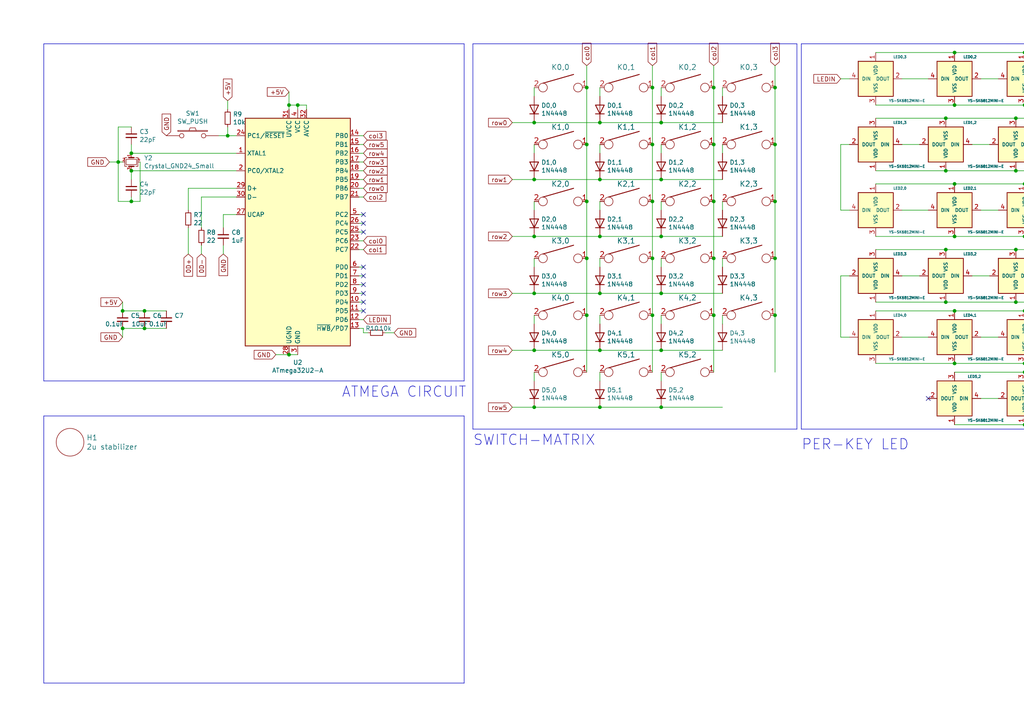
<source format=kicad_sch>
(kicad_sch (version 20220103) (generator eeschema)
  (paper "A4")
  (lib_symbols
    (symbol "kbd:YS-SK6812MINI-E" (pin_names (offset 1.016))
      (property "Reference" "LED" (at 2.54 -7.62 0))
      (property "Value" "kbd_YS-SK6812MINI-E" (at 6.35 -6.35 0))
      (symbol "YS-SK6812MINI-E_1_1"
        (pin power_in line (at 0 7.62 270) (length 2.54) (name "VDD") (number "1"))
        (pin output line (at 7.62 0 180) (length 2.54) (name "DOUT") (number "2"))
        (pin power_in line (at 0 -7.62 90) (length 2.54) (name "VSS") (number "3"))
        (pin input line (at -7.62 0 0) (length 2.54) (name "DIN") (number "4"))
      )
    )
    (symbol "keyboard_parts:KEYSW" (pin_names (offset 1.016))
      (property "Reference" "K?" (at -1.27 0 0))
      (symbol "KEYSW_1_1"
        (pin passive line (at 7.62 0 180) (length 1.27) (name "~") (number "1"))
        (pin passive line (at -7.62 0 0) (length 1.27) (name "~") (number "2"))
      )
    )
    (symbol "keyboard_parts:SW_PUSH" (pin_numbers hide) (pin_names (offset 1.016) hide)
      (property "Reference" "SW" (at 3.81 2.794 0))
      (property "Value" "keyboard_parts_SW_PUSH" (at 0 -2.032 0))
      (symbol "SW_PUSH_0_1"
        (pin passive inverted (at -7.62 0 0) (length 5.08) (name "1") (number "1"))
        (pin passive inverted (at 7.62 0 180) (length 5.08) (name "2") (number "2"))
      )
    )
    (symbol "usbhub-macropad-rescue:1N4448-Diode" (pin_numbers hide) (pin_names (offset 1.016) hide)
      (property "Reference" "D" (at 0 2.54 0))
      (property "Value" "1N4448-Diode" (at 0 -2.54 0))
      (symbol "1N4448-Diode_1_1"
        (pin passive line (at -3.81 0 0) (length 2.54) (name "K") (number "1"))
        (pin passive line (at 3.81 0 180) (length 2.54) (name "A") (number "2"))
      )
    )
    (symbol "usbhub-macropad-rescue:ATmega32U2-A-MCU_Microchip_ATmega"
      (property "Reference" "U" (at -15.24 34.29 0))
      (property "Value" "ATmega32U2-A-MCU_Microchip_ATmega" (at 2.54 -34.29 0))
      (symbol "ATmega32U2-A-MCU_Microchip_ATmega_1_1"
        (pin input line (at -17.78 22.86 0) (length 2.54) (name "XTAL1") (number "1"))
        (pin bidirectional line (at 17.78 -20.32 180) (length 2.54) (name "PD4") (number "10"))
        (pin bidirectional line (at 17.78 -22.86 180) (length 2.54) (name "PD5") (number "11"))
        (pin bidirectional line (at 17.78 -25.4 180) (length 2.54) (name "PD6") (number "12"))
        (pin bidirectional line (at 17.78 -27.94 180) (length 2.54) (name "~{HWB}/PD7") (number "13"))
        (pin bidirectional line (at 17.78 27.94 180) (length 2.54) (name "PB0") (number "14"))
        (pin bidirectional line (at 17.78 25.4 180) (length 2.54) (name "PB1") (number "15"))
        (pin bidirectional line (at 17.78 22.86 180) (length 2.54) (name "PB2") (number "16"))
        (pin bidirectional line (at 17.78 20.32 180) (length 2.54) (name "PB3") (number "17"))
        (pin bidirectional line (at 17.78 17.78 180) (length 2.54) (name "PB4") (number "18"))
        (pin bidirectional line (at 17.78 15.24 180) (length 2.54) (name "PB5") (number "19"))
        (pin bidirectional line (at -17.78 17.78 0) (length 2.54) (name "PC0/XTAL2") (number "2"))
        (pin bidirectional line (at 17.78 12.7 180) (length 2.54) (name "PB6") (number "20"))
        (pin bidirectional line (at 17.78 10.16 180) (length 2.54) (name "PB7") (number "21"))
        (pin bidirectional line (at 17.78 -5.08 180) (length 2.54) (name "PC7") (number "22"))
        (pin bidirectional line (at 17.78 -2.54 180) (length 2.54) (name "PC6") (number "23"))
        (pin bidirectional line (at -17.78 27.94 0) (length 2.54) (name "PC1/~{RESET}") (number "24"))
        (pin bidirectional line (at 17.78 0 180) (length 2.54) (name "PC5") (number "25"))
        (pin bidirectional line (at 17.78 2.54 180) (length 2.54) (name "PC4") (number "26"))
        (pin passive line (at -17.78 5.08 0) (length 2.54) (name "UCAP") (number "27"))
        (pin power_in line (at -2.54 -35.56 90) (length 2.54) (name "UGND") (number "28"))
        (pin bidirectional line (at -17.78 12.7 0) (length 2.54) (name "D+") (number "29"))
        (pin power_in line (at 0 -35.56 90) (length 2.54) (name "GND") (number "3"))
        (pin bidirectional line (at -17.78 10.16 0) (length 2.54) (name "D-") (number "30"))
        (pin power_in line (at -2.54 35.56 270) (length 2.54) (name "UVCC") (number "31"))
        (pin power_in line (at 2.54 35.56 270) (length 2.54) (name "AVCC") (number "32"))
        (pin power_in line (at 0 35.56 270) (length 2.54) (name "VCC") (number "4"))
        (pin bidirectional line (at 17.78 5.08 180) (length 2.54) (name "PC2") (number "5"))
        (pin bidirectional line (at 17.78 -10.16 180) (length 2.54) (name "PD0") (number "6"))
        (pin bidirectional line (at 17.78 -12.7 180) (length 2.54) (name "PD1") (number "7"))
        (pin bidirectional line (at 17.78 -15.24 180) (length 2.54) (name "PD2") (number "8"))
        (pin bidirectional line (at 17.78 -17.78 180) (length 2.54) (name "PD3") (number "9"))
      )
    )
    (symbol "usbhub-macropad-rescue:C_Small-Device" (pin_numbers hide) (pin_names (offset 0.254) hide)
      (property "Reference" "C" (at 0.254 1.778 0))
      (property "Value" "C_Small-Device" (at 0.254 -2.032 0))
      (symbol "C_Small-Device_1_1"
        (pin passive line (at 0 2.54 270) (length 2.032) (name "~") (number "1"))
        (pin passive line (at 0 -2.54 90) (length 2.032) (name "~") (number "2"))
      )
    )
    (symbol "usbhub-macropad-rescue:Crystal_GND24_Small-Device" (pin_names (offset 1.016) hide)
      (property "Reference" "Y" (at 1.27 4.445 0))
      (property "Value" "Crystal_GND24_Small-Device" (at 1.27 2.54 0))
      (symbol "Crystal_GND24_Small-Device_1_1"
        (pin passive line (at -2.54 0 0) (length 1.27) (name "1") (number "1"))
        (pin passive line (at 0 -2.54 90) (length 0.635) (name "2") (number "2"))
        (pin passive line (at 2.54 0 180) (length 1.27) (name "3") (number "3"))
        (pin passive line (at 0 2.54 270) (length 0.635) (name "4") (number "4"))
      )
    )
    (symbol "usbhub-macropad-rescue:Hole-keebio" (pin_names (offset 1.016))
      (property "Reference" "H" (at 0 -1.27 0))
      (property "Value" "Hole-keebio" (at 0 1.27 0))
    )
    (symbol "usbhub-macropad-rescue:R_Small-Device" (pin_numbers hide) (pin_names (offset 0.254) hide)
      (property "Reference" "R" (at 0.762 0.508 0))
      (property "Value" "R_Small-Device" (at 0.762 -1.016 0))
      (symbol "R_Small-Device_1_1"
        (pin passive line (at 0 2.54 270) (length 0.762) (name "~") (number "1"))
        (pin passive line (at 0 -2.54 90) (length 0.762) (name "~") (number "2"))
      )
    )
  )
  (junction (at 189.23 41.91))
  (junction (at 173.99 52.07))
  (junction (at 189.23 74.93))
  (junction (at 154.94 118.11))
  (junction (at 41.91 90.17))
  (junction (at 224.79 74.93))
  (junction (at 294.64 87.63))
  (junction (at 207.01 74.93))
  (junction (at 35.56 95.25))
  (junction (at 317.5 72.39))
  (junction (at 274.32 87.63))
  (junction (at 189.23 91.44))
  (junction (at 38.1 58.42))
  (junction (at 224.79 25.4))
  (junction (at 41.91 95.25))
  (junction (at 276.86 30.48))
  (junction (at 207.01 25.4))
  (junction (at 276.86 15.24))
  (junction (at 317.5 53.34))
  (junction (at 86.36 30.48))
  (junction (at 297.18 90.17))
  (junction (at 191.77 118.11))
  (junction (at 35.56 90.17))
  (junction (at 274.32 49.53))
  (junction (at 297.18 105.41))
  (junction (at 297.18 123.19))
  (junction (at 83.82 102.87))
  (junction (at 297.18 30.48))
  (junction (at 207.01 41.91))
  (junction (at 191.77 52.07))
  (junction (at 173.99 85.09))
  (junction (at 34.29 46.99))
  (junction (at 154.94 52.07))
  (junction (at 224.79 91.44))
  (junction (at 274.32 34.29))
  (junction (at 189.23 58.42))
  (junction (at 154.94 101.6))
  (junction (at 170.18 25.4))
  (junction (at 154.94 68.58))
  (junction (at 170.18 41.91))
  (junction (at 207.01 91.44))
  (junction (at 276.86 53.34))
  (junction (at 173.99 101.6))
  (junction (at 317.5 90.17))
  (junction (at 297.18 107.95))
  (junction (at 317.5 30.48))
  (junction (at 189.23 25.4))
  (junction (at 297.18 53.34))
  (junction (at 317.5 15.24))
  (junction (at 294.64 72.39))
  (junction (at 317.5 87.63))
  (junction (at 294.64 49.53))
  (junction (at 317.5 107.95))
  (junction (at 276.86 105.41))
  (junction (at 170.18 58.42))
  (junction (at 154.94 35.56))
  (junction (at 317.5 123.19))
  (junction (at 191.77 101.6))
  (junction (at 294.64 34.29))
  (junction (at 224.79 58.42))
  (junction (at 38.1 49.53))
  (junction (at 297.18 15.24))
  (junction (at 83.82 30.48))
  (junction (at 276.86 90.17))
  (junction (at 173.99 35.56))
  (junction (at 317.5 68.58))
  (junction (at 224.79 41.91))
  (junction (at 274.32 72.39))
  (junction (at 66.04 39.37))
  (junction (at 317.5 49.53))
  (junction (at 191.77 35.56))
  (junction (at 170.18 74.93))
  (junction (at 207.01 58.42))
  (junction (at 297.18 68.58))
  (junction (at 173.99 118.11))
  (junction (at 173.99 68.58))
  (junction (at 191.77 68.58))
  (junction (at 191.77 85.09))
  (junction (at 317.5 105.41))
  (junction (at 154.94 85.09))
  (junction (at 170.18 91.44))
  (junction (at 38.1 44.45))
  (junction (at 317.5 34.29))
  (junction (at 276.86 68.58))
  (no_connect (at 105.41 85.09))
  (no_connect (at 269.24 115.57))
  (no_connect (at 105.41 67.31))
  (no_connect (at 105.41 62.23))
  (no_connect (at 105.41 80.01))
  (no_connect (at 105.41 82.55))
  (no_connect (at 105.41 87.63))
  (no_connect (at 105.41 90.17))
  (no_connect (at 105.41 64.77))
  (no_connect (at 105.41 77.47))
  (wire (pts (xy 86.36 30.48) (xy 83.82 30.48)))
  (polyline (pts (xy 231.14 12.7) (xy 137.16 12.7)))
  (wire (pts (xy 276.86 53.34) (xy 297.18 53.34)))
  (wire (pts (xy 34.29 58.42) (xy 38.1 58.42)))
  (wire (pts (xy 317.5 68.58) (xy 317.5 72.39)))
  (polyline (pts (xy 12.7 12.7) (xy 12.7 110.49)))
  (wire (pts (xy 304.8 22.86) (xy 309.88 22.86)))
  (wire (pts (xy 191.77 85.09) (xy 209.55 85.09)))
  (wire (pts (xy 284.48 22.86) (xy 289.56 22.86)))
  (wire (pts (xy 173.99 52.07) (xy 191.77 52.07)))
  (wire (pts (xy 58.42 71.12) (xy 58.42 73.66)))
  (polyline (pts (xy 134.62 12.7) (xy 134.62 110.49)))
  (wire (pts (xy 309.88 41.91) (xy 302.26 41.91)))
  (wire (pts (xy 41.91 90.17) (xy 35.56 90.17)))
  (wire (pts (xy 254 30.48) (xy 276.86 30.48)))
  (wire (pts (xy 148.59 52.07) (xy 154.94 52.07)))
  (wire (pts (xy 317.5 123.19) (xy 322.58 123.19)))
  (wire (pts (xy 297.18 107.95) (xy 317.5 107.95)))
  (wire (pts (xy 88.9 31.75) (xy 88.9 30.48)))
  (polyline (pts (xy 12.7 120.65) (xy 134.62 120.65)))
  (wire (pts (xy 104.14 49.53) (xy 105.41 49.53)))
  (wire (pts (xy 325.12 60.96) (xy 328.93 60.96)))
  (wire (pts (xy 294.64 72.39) (xy 317.5 72.39)))
  (wire (pts (xy 64.77 62.23) (xy 64.77 66.04)))
  (wire (pts (xy 173.99 35.56) (xy 191.77 35.56)))
  (wire (pts (xy 246.38 41.91) (xy 243.84 41.91)))
  (wire (pts (xy 154.94 91.44) (xy 154.94 93.98)))
  (wire (pts (xy 68.58 57.15) (xy 58.42 57.15)))
  (wire (pts (xy 104.14 39.37) (xy 105.41 39.37)))
  (wire (pts (xy 170.18 19.05) (xy 170.18 25.4)))
  (wire (pts (xy 191.77 118.11) (xy 209.55 118.11)))
  (wire (pts (xy 266.7 41.91) (xy 261.62 41.91)))
  (wire (pts (xy 317.5 15.24) (xy 322.58 15.24)))
  (wire (pts (xy 246.38 80.01) (xy 243.84 80.01)))
  (wire (pts (xy 328.93 22.86) (xy 328.93 41.91)))
  (wire (pts (xy 254 90.17) (xy 276.86 90.17)))
  (wire (pts (xy 281.94 80.01) (xy 287.02 80.01)))
  (wire (pts (xy 294.64 49.53) (xy 317.5 49.53)))
  (wire (pts (xy 104.14 54.61) (xy 105.41 54.61)))
  (wire (pts (xy 297.18 123.19) (xy 317.5 123.19)))
  (wire (pts (xy 325.12 97.79) (xy 328.93 97.79)))
  (wire (pts (xy 154.94 41.91) (xy 154.94 44.45)))
  (wire (pts (xy 254 49.53) (xy 274.32 49.53)))
  (polyline (pts (xy 341.63 124.46) (xy 232.41 124.46)))
  (polyline (pts (xy 137.16 124.46) (xy 231.14 124.46)))
  (wire (pts (xy 170.18 41.91) (xy 170.18 58.42)))
  (wire (pts (xy 191.77 91.44) (xy 191.77 93.98)))
  (wire (pts (xy 104.14 87.63) (xy 105.41 87.63)))
  (wire (pts (xy 328.93 60.96) (xy 328.93 80.01)))
  (wire (pts (xy 189.23 91.44) (xy 189.23 107.95)))
  (wire (pts (xy 38.1 49.53) (xy 38.1 52.07)))
  (wire (pts (xy 154.94 118.11) (xy 173.99 118.11)))
  (wire (pts (xy 173.99 91.44) (xy 173.99 93.98)))
  (wire (pts (xy 154.94 58.42) (xy 154.94 60.96)))
  (wire (pts (xy 88.9 30.48) (xy 86.36 30.48)))
  (wire (pts (xy 209.55 41.91) (xy 209.55 44.45)))
  (wire (pts (xy 173.99 74.93) (xy 173.99 77.47)))
  (wire (pts (xy 276.86 105.41) (xy 297.18 105.41)))
  (wire (pts (xy 276.86 15.24) (xy 297.18 15.24)))
  (wire (pts (xy 104.14 67.31) (xy 105.41 67.31)))
  (wire (pts (xy 209.55 25.4) (xy 209.55 27.94)))
  (wire (pts (xy 207.01 91.44) (xy 207.01 107.95)))
  (wire (pts (xy 261.62 80.01) (xy 266.7 80.01)))
  (wire (pts (xy 276.86 90.17) (xy 297.18 90.17)))
  (polyline (pts (xy 12.7 110.49) (xy 134.62 110.49)))
  (wire (pts (xy 191.77 107.95) (xy 191.77 110.49)))
  (wire (pts (xy 317.5 90.17) (xy 322.58 90.17)))
  (wire (pts (xy 41.91 95.25) (xy 48.26 95.25)))
  (wire (pts (xy 246.38 22.86) (xy 243.84 22.86)))
  (polyline (pts (xy 231.14 124.46) (xy 231.14 12.7)))
  (wire (pts (xy 207.01 25.4) (xy 207.01 41.91)))
  (wire (pts (xy 154.94 101.6) (xy 173.99 101.6)))
  (wire (pts (xy 207.01 19.05) (xy 207.01 25.4)))
  (wire (pts (xy 83.82 102.87) (xy 80.01 102.87)))
  (wire (pts (xy 254 72.39) (xy 274.32 72.39)))
  (wire (pts (xy 274.32 49.53) (xy 294.64 49.53)))
  (wire (pts (xy 274.32 34.29) (xy 294.64 34.29)))
  (wire (pts (xy 104.14 90.17) (xy 105.41 90.17)))
  (wire (pts (xy 104.14 85.09) (xy 105.41 85.09)))
  (wire (pts (xy 40.64 58.42) (xy 38.1 58.42)))
  (wire (pts (xy 207.01 58.42) (xy 207.01 74.93)))
  (wire (pts (xy 173.99 68.58) (xy 191.77 68.58)))
  (wire (pts (xy 104.14 46.99) (xy 105.41 46.99)))
  (wire (pts (xy 254 68.58) (xy 276.86 68.58)))
  (polyline (pts (xy 134.62 12.7) (xy 12.7 12.7)))
  (wire (pts (xy 254 87.63) (xy 274.32 87.63)))
  (wire (pts (xy 289.56 60.96) (xy 284.48 60.96)))
  (wire (pts (xy 189.23 25.4) (xy 189.23 41.91)))
  (wire (pts (xy 254 105.41) (xy 276.86 105.41)))
  (wire (pts (xy 104.14 77.47) (xy 105.41 77.47)))
  (wire (pts (xy 309.88 60.96) (xy 304.8 60.96)))
  (wire (pts (xy 170.18 74.93) (xy 170.18 91.44)))
  (wire (pts (xy 328.93 41.91) (xy 325.12 41.91)))
  (wire (pts (xy 154.94 35.56) (xy 148.59 35.56)))
  (wire (pts (xy 297.18 105.41) (xy 317.5 105.41)))
  (wire (pts (xy 261.62 97.79) (xy 269.24 97.79)))
  (wire (pts (xy 170.18 91.44) (xy 170.18 107.95)))
  (wire (pts (xy 189.23 41.91) (xy 189.23 58.42)))
  (polyline (pts (xy 232.41 12.7) (xy 341.63 12.7)))
  (wire (pts (xy 66.04 39.37) (xy 66.04 36.83)))
  (wire (pts (xy 64.77 71.12) (xy 64.77 73.66)))
  (wire (pts (xy 276.86 30.48) (xy 297.18 30.48)))
  (wire (pts (xy 224.79 41.91) (xy 224.79 58.42)))
  (wire (pts (xy 34.29 46.99) (xy 31.75 46.99)))
  (wire (pts (xy 35.56 46.99) (xy 34.29 46.99)))
  (polyline (pts (xy 12.7 198.12) (xy 12.7 120.65)))
  (wire (pts (xy 170.18 58.42) (xy 170.18 74.93)))
  (wire (pts (xy 58.42 57.15) (xy 58.42 66.04)))
  (wire (pts (xy 317.5 105.41) (xy 317.5 107.95)))
  (wire (pts (xy 83.82 30.48) (xy 83.82 31.75)))
  (wire (pts (xy 38.1 58.42) (xy 38.1 57.15)))
  (wire (pts (xy 309.88 97.79) (xy 304.8 97.79)))
  (wire (pts (xy 317.5 34.29) (xy 322.58 34.29)))
  (wire (pts (xy 317.5 107.95) (xy 322.58 107.95)))
  (wire (pts (xy 224.79 19.05) (xy 224.79 25.4)))
  (wire (pts (xy 207.01 74.93) (xy 207.01 91.44)))
  (wire (pts (xy 154.94 107.95) (xy 154.94 110.49)))
  (wire (pts (xy 224.79 91.44) (xy 224.79 107.95)))
  (wire (pts (xy 104.14 41.91) (xy 105.41 41.91)))
  (wire (pts (xy 154.94 52.07) (xy 173.99 52.07)))
  (wire (pts (xy 148.59 85.09) (xy 154.94 85.09)))
  (wire (pts (xy 154.94 85.09) (xy 173.99 85.09)))
  (wire (pts (xy 274.32 87.63) (xy 294.64 87.63)))
  (wire (pts (xy 243.84 97.79) (xy 246.38 97.79)))
  (wire (pts (xy 104.14 92.71) (xy 105.41 92.71)))
  (wire (pts (xy 173.99 107.95) (xy 173.99 110.49)))
  (wire (pts (xy 189.23 19.05) (xy 189.23 25.4)))
  (wire (pts (xy 104.14 62.23) (xy 105.41 62.23)))
  (wire (pts (xy 68.58 49.53) (xy 38.1 49.53)))
  (wire (pts (xy 104.14 57.15) (xy 105.41 57.15)))
  (wire (pts (xy 148.59 101.6) (xy 154.94 101.6)))
  (wire (pts (xy 154.94 68.58) (xy 173.99 68.58)))
  (wire (pts (xy 40.64 46.99) (xy 40.64 58.42)))
  (wire (pts (xy 66.04 29.21) (xy 66.04 31.75)))
  (wire (pts (xy 104.14 95.25) (xy 105.41 95.25)))
  (wire (pts (xy 254 15.24) (xy 276.86 15.24)))
  (wire (pts (xy 104.14 82.55) (xy 105.41 82.55)))
  (wire (pts (xy 269.24 60.96) (xy 261.62 60.96)))
  (wire (pts (xy 294.64 34.29) (xy 317.5 34.29)))
  (wire (pts (xy 297.18 30.48) (xy 317.5 30.48)))
  (wire (pts (xy 243.84 60.96) (xy 246.38 60.96)))
  (wire (pts (xy 243.84 80.01) (xy 243.84 97.79)))
  (wire (pts (xy 294.64 87.63) (xy 317.5 87.63)))
  (wire (pts (xy 148.59 118.11) (xy 154.94 118.11)))
  (wire (pts (xy 191.77 35.56) (xy 209.55 35.56)))
  (wire (pts (xy 104.14 64.77) (xy 105.41 64.77)))
  (wire (pts (xy 104.14 44.45) (xy 105.41 44.45)))
  (wire (pts (xy 38.1 36.83) (xy 34.29 36.83)))
  (wire (pts (xy 224.79 58.42) (xy 224.79 74.93)))
  (wire (pts (xy 105.41 96.52) (xy 106.68 96.52)))
  (wire (pts (xy 173.99 85.09) (xy 191.77 85.09)))
  (wire (pts (xy 317.5 53.34) (xy 322.58 53.34)))
  (wire (pts (xy 104.14 69.85) (xy 105.41 69.85)))
  (wire (pts (xy 173.99 25.4) (xy 173.99 27.94)))
  (wire (pts (xy 191.77 41.91) (xy 191.77 44.45)))
  (wire (pts (xy 297.18 90.17) (xy 317.5 90.17)))
  (wire (pts (xy 276.86 107.95) (xy 297.18 107.95)))
  (wire (pts (xy 302.26 80.01) (xy 309.88 80.01)))
  (wire (pts (xy 38.1 44.45) (xy 38.1 41.91)))
  (wire (pts (xy 191.77 74.93) (xy 191.77 77.47)))
  (wire (pts (xy 173.99 101.6) (xy 191.77 101.6)))
  (polyline (pts (xy 134.62 120.65) (xy 134.62 198.12)))
  (wire (pts (xy 317.5 87.63) (xy 317.5 90.17)))
  (wire (pts (xy 35.56 95.25) (xy 41.91 95.25)))
  (wire (pts (xy 173.99 58.42) (xy 173.99 60.96)))
  (wire (pts (xy 297.18 53.34) (xy 317.5 53.34)))
  (wire (pts (xy 276.86 68.58) (xy 297.18 68.58)))
  (wire (pts (xy 48.26 90.17) (xy 41.91 90.17)))
  (wire (pts (xy 317.5 34.29) (xy 317.5 30.48)))
  (wire (pts (xy 284.48 115.57) (xy 289.56 115.57)))
  (wire (pts (xy 66.04 39.37) (xy 63.5 39.37)))
  (wire (pts (xy 54.61 54.61) (xy 54.61 60.96)))
  (polyline (pts (xy 232.41 124.46) (xy 232.41 12.7)))
  (wire (pts (xy 170.18 25.4) (xy 170.18 41.91)))
  (wire (pts (xy 154.94 25.4) (xy 154.94 27.94)))
  (wire (pts (xy 209.55 74.93) (xy 209.55 77.47)))
  (wire (pts (xy 68.58 54.61) (xy 54.61 54.61)))
  (wire (pts (xy 304.8 115.57) (xy 309.88 115.57)))
  (wire (pts (xy 254 34.29) (xy 274.32 34.29)))
  (wire (pts (xy 317.5 72.39) (xy 322.58 72.39)))
  (wire (pts (xy 274.32 72.39) (xy 294.64 72.39)))
  (wire (pts (xy 83.82 30.48) (xy 83.82 26.67)))
  (wire (pts (xy 35.56 95.25) (xy 35.56 97.79)))
  (wire (pts (xy 297.18 15.24) (xy 317.5 15.24)))
  (wire (pts (xy 287.02 41.91) (xy 281.94 41.91)))
  (wire (pts (xy 189.23 74.93) (xy 189.23 91.44)))
  (wire (pts (xy 104.14 80.01) (xy 105.41 80.01)))
  (wire (pts (xy 325.12 22.86) (xy 328.93 22.86)))
  (wire (pts (xy 254 53.34) (xy 276.86 53.34)))
  (wire (pts (xy 148.59 68.58) (xy 154.94 68.58)))
  (wire (pts (xy 111.76 96.52) (xy 114.3 96.52)))
  (wire (pts (xy 191.77 68.58) (xy 209.55 68.58)))
  (wire (pts (xy 54.61 66.04) (xy 54.61 73.66)))
  (wire (pts (xy 276.86 123.19) (xy 297.18 123.19)))
  (wire (pts (xy 35.56 90.17) (xy 35.56 87.63)))
  (polyline (pts (xy 137.16 12.7) (xy 137.16 124.46)))
  (wire (pts (xy 207.01 41.91) (xy 207.01 58.42)))
  (wire (pts (xy 189.23 58.42) (xy 189.23 74.93)))
  (wire (pts (xy 191.77 25.4) (xy 191.77 27.94)))
  (wire (pts (xy 104.14 72.39) (xy 105.41 72.39)))
  (wire (pts (xy 328.93 115.57) (xy 325.12 115.57)))
  (wire (pts (xy 209.55 91.44) (xy 209.55 93.98)))
  (polyline (pts (xy 134.62 198.12) (xy 12.7 198.12)))
  (wire (pts (xy 68.58 44.45) (xy 38.1 44.45)))
  (wire (pts (xy 317.5 49.53) (xy 317.5 53.34)))
  (wire (pts (xy 243.84 41.91) (xy 243.84 60.96)))
  (wire (pts (xy 83.82 102.87) (xy 86.36 102.87)))
  (wire (pts (xy 68.58 39.37) (xy 66.04 39.37)))
  (wire (pts (xy 68.58 62.23) (xy 64.77 62.23)))
  (wire (pts (xy 191.77 52.07) (xy 209.55 52.07)))
  (wire (pts (xy 328.93 80.01) (xy 325.12 80.01)))
  (wire (pts (xy 34.29 36.83) (xy 34.29 46.99)))
  (wire (pts (xy 224.79 74.93) (xy 224.79 91.44)))
  (wire (pts (xy 297.18 68.58) (xy 317.5 68.58)))
  (wire (pts (xy 191.77 101.6) (xy 209.55 101.6)))
  (wire (pts (xy 173.99 41.91) (xy 173.99 44.45)))
  (wire (pts (xy 224.79 25.4) (xy 224.79 41.91)))
  (wire (pts (xy 34.29 46.99) (xy 34.29 58.42)))
  (wire (pts (xy 289.56 97.79) (xy 284.48 97.79)))
  (wire (pts (xy 261.62 22.86) (xy 269.24 22.86)))
  (wire (pts (xy 104.14 52.07) (xy 105.41 52.07)))
  (wire (pts (xy 191.77 58.42) (xy 191.77 60.96)))
  (wire (pts (xy 105.41 95.25) (xy 105.41 96.52)))
  (wire (pts (xy 154.94 74.93) (xy 154.94 77.47)))
  (wire (pts (xy 173.99 118.11) (xy 191.77 118.11)))
  (polyline (pts (xy 341.63 12.7) (xy 341.63 124.46)))
  (wire (pts (xy 86.36 30.48) (xy 86.36 31.75)))
  (wire (pts (xy 154.94 35.56) (xy 173.99 35.56)))
  (wire (pts (xy 209.55 58.42) (xy 209.55 60.96)))
  (wire (pts (xy 328.93 97.79) (xy 328.93 115.57)))
  (text "ATMEGA CIRCUIT\n" (at 99.06 115.57 0) (effects (font (size 2.9972 2.9972)) (justify left bottom)))
  (text "PER-KEY LED" (at 232.41 130.81 0) (effects (font (size 2.9972 2.9972)) (justify left bottom)))
  (text "SWITCH-MATRIX" (at 137.16 129.54 0) (effects (font (size 2.9972 2.9972)) (justify left bottom)))
  (global_label "+5V" (shape input) (at 322.58 123.19 0) (property "Intersheetrefs" "${INTERSHEET_REFS}" (at 0 0 0)))
  (global_label "+5V" (shape input) (at 322.58 15.24 0) (property "Intersheetrefs" "${INTERSHEET_REFS}" (at 0 0 0)))
  (global_label "+5V" (shape input) (at 66.04 29.21 90) (property "Intersheetrefs" "${INTERSHEET_REFS}" (at 0 0 0)))
  (global_label "+5V" (shape input) (at 322.58 90.17 0) (property "Intersheetrefs" "${INTERSHEET_REFS}" (at 0 0 0)))
  (global_label "0D-" (shape input) (at 58.42 73.66 270) (property "Intersheetrefs" "${INTERSHEET_REFS}" (at 0 0 0)))
  (global_label "GND" (shape input) (at 322.58 72.39 0) (property "Intersheetrefs" "${INTERSHEET_REFS}" (at 0 0 0)))
  (global_label "GND" (shape input) (at 48.26 39.37 90) (property "Intersheetrefs" "${INTERSHEET_REFS}" (at 0 0 0)))
  (global_label "col1" (shape input) (at 105.41 72.39 0) (property "Intersheetrefs" "${INTERSHEET_REFS}" (at 0 0 0)))
  (global_label "+5V" (shape input) (at 322.58 53.34 0) (property "Intersheetrefs" "${INTERSHEET_REFS}" (at 0 0 0)))
  (global_label "col3" (shape input) (at 224.79 19.05 90) (property "Intersheetrefs" "${INTERSHEET_REFS}" (at 0 0 0)))
  (global_label "row0" (shape input) (at 105.41 54.61 0) (property "Intersheetrefs" "${INTERSHEET_REFS}" (at 0 0 0)))
  (global_label "row1" (shape input) (at 148.59 52.07 180) (property "Intersheetrefs" "${INTERSHEET_REFS}" (at 0 0 0)))
  (global_label "GND" (shape input) (at 322.58 107.95 0) (property "Intersheetrefs" "${INTERSHEET_REFS}" (at 0 0 0)))
  (global_label "GND" (shape input) (at 64.77 73.66 270) (property "Intersheetrefs" "${INTERSHEET_REFS}" (at 0 0 0)))
  (global_label "GND" (shape input) (at 322.58 34.29 0) (property "Intersheetrefs" "${INTERSHEET_REFS}" (at 0 0 0)))
  (global_label "LEDIN" (shape input) (at 243.84 22.86 180) (property "Intersheetrefs" "${INTERSHEET_REFS}" (at 0 0 0)))
  (global_label "row4" (shape input) (at 105.41 44.45 0) (property "Intersheetrefs" "${INTERSHEET_REFS}" (at 0 0 0)))
  (global_label "col3" (shape input) (at 105.41 39.37 0) (property "Intersheetrefs" "${INTERSHEET_REFS}" (at 0 0 0)))
  (global_label "GND" (shape input) (at 35.56 97.79 180) (property "Intersheetrefs" "${INTERSHEET_REFS}" (at 0 0 0)))
  (global_label "row1" (shape input) (at 105.41 52.07 0) (property "Intersheetrefs" "${INTERSHEET_REFS}" (at 0 0 0)))
  (global_label "row5" (shape input) (at 105.41 41.91 0) (property "Intersheetrefs" "${INTERSHEET_REFS}" (at 0 0 0)))
  (global_label "col2" (shape input) (at 105.41 57.15 0) (property "Intersheetrefs" "${INTERSHEET_REFS}" (at 0 0 0)))
  (global_label "LEDIN" (shape input) (at 105.41 92.71 0) (property "Intersheetrefs" "${INTERSHEET_REFS}" (at 0 0 0)))
  (global_label "row3" (shape input) (at 105.41 46.99 0) (property "Intersheetrefs" "${INTERSHEET_REFS}" (at 0 0 0)))
  (global_label "row5" (shape input) (at 148.59 118.11 180) (property "Intersheetrefs" "${INTERSHEET_REFS}" (at 0 0 0)))
  (global_label "0D+" (shape input) (at 54.61 73.66 270) (property "Intersheetrefs" "${INTERSHEET_REFS}" (at 0 0 0)))
  (global_label "col0" (shape input) (at 170.18 19.05 90) (property "Intersheetrefs" "${INTERSHEET_REFS}" (at 0 0 0)))
  (global_label "row0" (shape input) (at 148.59 35.56 180) (property "Intersheetrefs" "${INTERSHEET_REFS}" (at 0 0 0)))
  (global_label "row2" (shape input) (at 105.41 49.53 0) (property "Intersheetrefs" "${INTERSHEET_REFS}" (at 0 0 0)))
  (global_label "row4" (shape input) (at 148.59 101.6 180) (property "Intersheetrefs" "${INTERSHEET_REFS}" (at 0 0 0)))
  (global_label "col0" (shape input) (at 105.41 69.85 0) (property "Intersheetrefs" "${INTERSHEET_REFS}" (at 0 0 0)))
  (global_label "GND" (shape input) (at 31.75 46.99 180) (property "Intersheetrefs" "${INTERSHEET_REFS}" (at 0 0 0)))
  (global_label "+5V" (shape input) (at 35.56 87.63 180) (property "Intersheetrefs" "${INTERSHEET_REFS}" (at 0 0 0)))
  (global_label "GND" (shape input) (at 80.01 102.87 180) (property "Intersheetrefs" "${INTERSHEET_REFS}" (at 0 0 0)))
  (global_label "col2" (shape input) (at 207.01 19.05 90) (property "Intersheetrefs" "${INTERSHEET_REFS}" (at 0 0 0)))
  (global_label "row3" (shape input) (at 148.59 85.09 180) (property "Intersheetrefs" "${INTERSHEET_REFS}" (at 0 0 0)))
  (global_label "row2" (shape input) (at 148.59 68.58 180) (property "Intersheetrefs" "${INTERSHEET_REFS}" (at 0 0 0)))
  (global_label "col1" (shape input) (at 189.23 19.05 90) (property "Intersheetrefs" "${INTERSHEET_REFS}" (at 0 0 0)))
  (global_label "+5V" (shape input) (at 83.82 26.67 180) (property "Intersheetrefs" "${INTERSHEET_REFS}" (at 0 0 0)))
  (global_label "GND" (shape input) (at 114.3 96.52 0) (property "Intersheetrefs" "${INTERSHEET_REFS}" (at 0 0 0)))
  (symbol (lib_id "usbhub-macropad-rescue:1N4448-Diode") (at 154.94 114.3 90) (unit 1)
    (property "Reference" "D5,0" (at 156.972 113.1316 90) (effects (justify right)))
    (property "Value" "1N4448" (at 156.972 115.443 90) (effects (justify right)))
    (property "Footprint" "keyboard_parts:D_SOD123" (effects hide))
    (property "Datasheet" "https://assets.nexperia.com/documents/data-sheet/1N4148_1N4448.pdf" (effects hide))
    (property "LCSC" "C2099" (effects hide))
  )
  (symbol (lib_id "keyboard_parts:KEYSW") (at 162.56 107.95 0) (unit 1)
    (property "Reference" "K5,0" (at 162.56 102.87 0) (effects (font (size 1.524 1.524))))
    (property "Value" "KEYSW" (effects hide))
    (property "Footprint" "keyswitches:SW_MX" (effects hide))
  )
  (symbol (lib_id "usbhub-macropad-rescue:1N4448-Diode") (at 154.94 97.79 90) (unit 1)
    (property "Reference" "D4,0" (at 156.972 96.6216 90) (effects (justify right)))
    (property "Value" "1N4448" (at 156.972 98.933 90) (effects (justify right)))
    (property "Footprint" "keyboard_parts:D_SOD123" (effects hide))
    (property "Datasheet" "https://assets.nexperia.com/documents/data-sheet/1N4148_1N4448.pdf" (effects hide))
    (property "LCSC" "C2099" (effects hide))
  )
  (symbol (lib_id "keyboard_parts:KEYSW") (at 162.56 91.44 0) (unit 1)
    (property "Reference" "K4,0" (at 162.56 86.36 0) (effects (font (size 1.524 1.524))))
    (property "Value" "KEYSW" (effects hide))
    (property "Footprint" "keyswitches:SW_MX" (effects hide))
  )
  (symbol (lib_id "usbhub-macropad-rescue:1N4448-Diode") (at 173.99 114.3 90) (unit 1)
    (property "Reference" "D5,1" (at 176.022 113.1316 90) (effects (justify right)))
    (property "Value" "1N4448" (at 176.022 115.443 90) (effects (justify right)))
    (property "Footprint" "keyboard_parts:D_SOD123" (effects hide))
    (property "Datasheet" "https://assets.nexperia.com/documents/data-sheet/1N4148_1N4448.pdf" (effects hide))
    (property "LCSC" "C2099" (effects hide))
  )
  (symbol (lib_id "keyboard_parts:KEYSW") (at 181.61 107.95 0) (unit 1)
    (property "Reference" "K5,1" (at 181.61 102.87 0) (effects (font (size 1.524 1.524))))
    (property "Value" "KEYSW" (effects hide))
    (property "Footprint" "keyswitches:SW_MX" (effects hide))
  )
  (symbol (lib_id "usbhub-macropad-rescue:1N4448-Diode") (at 173.99 97.79 90) (unit 1)
    (property "Reference" "D4,1" (at 176.022 96.6216 90) (effects (justify right)))
    (property "Value" "1N4448" (at 176.022 98.933 90) (effects (justify right)))
    (property "Footprint" "keyboard_parts:D_SOD123" (effects hide))
    (property "Datasheet" "https://assets.nexperia.com/documents/data-sheet/1N4148_1N4448.pdf" (effects hide))
    (property "LCSC" "C2099" (effects hide))
  )
  (symbol (lib_id "keyboard_parts:KEYSW") (at 181.61 91.44 0) (unit 1)
    (property "Reference" "K4,1" (at 181.61 86.36 0) (effects (font (size 1.524 1.524))))
    (property "Value" "KEYSW" (effects hide))
    (property "Footprint" "keyswitches:SW_MX" (effects hide))
  )
  (symbol (lib_id "usbhub-macropad-rescue:1N4448-Diode") (at 191.77 114.3 90) (unit 1)
    (property "Reference" "D5,2" (at 193.802 113.1316 90) (effects (justify right)))
    (property "Value" "1N4448" (at 193.802 115.443 90) (effects (justify right)))
    (property "Footprint" "keyboard_parts:D_SOD123" (effects hide))
    (property "Datasheet" "https://assets.nexperia.com/documents/data-sheet/1N4148_1N4448.pdf" (effects hide))
    (property "LCSC" "C2099" (effects hide))
  )
  (symbol (lib_id "keyboard_parts:KEYSW") (at 199.39 107.95 0) (unit 1)
    (property "Reference" "K5,2" (at 199.39 102.87 0) (effects (font (size 1.524 1.524))))
    (property "Value" "KEYSW" (effects hide))
    (property "Footprint" "keyswitches:SW_MX" (effects hide))
  )
  (symbol (lib_id "usbhub-macropad-rescue:1N4448-Diode") (at 191.77 97.79 90) (unit 1)
    (property "Reference" "D4,2" (at 193.802 96.6216 90) (effects (justify right)))
    (property "Value" "1N4448" (at 193.802 98.933 90) (effects (justify right)))
    (property "Footprint" "keyboard_parts:D_SOD123" (effects hide))
    (property "Datasheet" "https://assets.nexperia.com/documents/data-sheet/1N4148_1N4448.pdf" (effects hide))
    (property "LCSC" "C2099" (effects hide))
  )
  (symbol (lib_id "keyboard_parts:KEYSW") (at 199.39 91.44 0) (unit 1)
    (property "Reference" "K4,2" (at 199.39 86.36 0) (effects (font (size 1.524 1.524))))
    (property "Value" "KEYSW" (effects hide))
    (property "Footprint" "keyswitches:SW_MX" (effects hide))
  )
  (symbol (lib_id "usbhub-macropad-rescue:1N4448-Diode") (at 209.55 97.79 90) (unit 1)
    (property "Reference" "D4,3" (at 211.582 96.6216 90) (effects (justify right)))
    (property "Value" "1N4448" (at 211.582 98.933 90) (effects (justify right)))
    (property "Footprint" "keyboard_parts:D_SOD123" (effects hide))
    (property "Datasheet" "https://assets.nexperia.com/documents/data-sheet/1N4148_1N4448.pdf" (effects hide))
    (property "LCSC" "C2099" (effects hide))
  )
  (symbol (lib_id "keyboard_parts:KEYSW") (at 217.17 91.44 0) (unit 1)
    (property "Reference" "K4,3" (at 217.17 86.36 0) (effects (font (size 1.524 1.524))))
    (property "Value" "KEYSW" (effects hide))
    (property "Footprint" "keyswitches:SW_MX" (effects hide))
  )
  (symbol (lib_id "usbhub-macropad-rescue:ATmega32U2-A-MCU_Microchip_ATmega") (at 86.36 67.31 0) (unit 1)
    (property "Reference" "U2" (at 86.36 105.1306 0))
    (property "Value" "ATmega32U2-A" (at 86.36 107.442 0))
    (property "Footprint" "Package_QFP:TQFP-32_7x7mm_P0.8mm" (effects hide))
    (property "Datasheet" "http://ww1.microchip.com/downloads/en/DeviceDoc/doc7799.pdf" (effects hide))
    (property "LCSC" "C618733" (effects hide))
  )
  (symbol (lib_id "usbhub-macropad-rescue:C_Small-Device") (at 64.77 68.58 0) (unit 1)
    (property "Reference" "C8" (at 67.1068 67.4116 0) (effects (justify left)))
    (property "Value" "1uF" (at 67.1068 69.723 0) (effects (justify left)))
    (property "Footprint" "Capacitor_SMD:C_0805_2012Metric" (effects hide))
    (property "LCSC" "C28323" (effects hide))
  )
  (symbol (lib_id "usbhub-macropad-rescue:R_Small-Device") (at 58.42 68.58 180) (unit 1)
    (property "Reference" "R8" (at 59.9186 67.4116 0) (effects (justify right)))
    (property "Value" "22" (at 59.9186 69.723 0) (effects (justify right)))
    (property "Footprint" "Resistor_SMD:R_0805_2012Metric" (effects hide))
    (property "LCSC" "C17561" (effects hide))
  )
  (symbol (lib_id "usbhub-macropad-rescue:R_Small-Device") (at 54.61 63.5 0) (unit 1)
    (property "Reference" "R7" (at 56.1086 62.3316 0) (effects (justify left)))
    (property "Value" "22" (at 56.1086 64.643 0) (effects (justify left)))
    (property "Footprint" "Resistor_SMD:R_0805_2012Metric" (effects hide))
    (property "LCSC" "C17561" (effects hide))
  )
  (symbol (lib_id "usbhub-macropad-rescue:Crystal_GND24_Small-Device") (at 38.1 46.99 270) (unit 1)
    (property "Reference" "Y2" (at 41.7576 45.8216 90) (effects (justify left)))
    (property "Value" "Crystal_GND24_Small" (at 41.7576 48.133 90) (effects (justify left)))
    (property "Footprint" "Crystal:Crystal_SMD_3225-4Pin_3.2x2.5mm" (effects hide))
    (property "LCSC" "C13738" (effects hide))
  )
  (symbol (lib_id "usbhub-macropad-rescue:C_Small-Device") (at 38.1 39.37 0) (unit 1)
    (property "Reference" "C3" (at 40.4368 38.2016 0) (effects (justify left)))
    (property "Value" "22pF" (at 40.4368 40.513 0) (effects (justify left)))
    (property "Footprint" "Capacitor_SMD:C_0805_2012Metric" (effects hide))
    (property "LCSC" "C1804" (effects hide))
  )
  (symbol (lib_id "usbhub-macropad-rescue:C_Small-Device") (at 38.1 54.61 0) (unit 1)
    (property "Reference" "C4" (at 40.4368 53.4416 0) (effects (justify left)))
    (property "Value" "22pF" (at 40.4368 55.753 0) (effects (justify left)))
    (property "Footprint" "Capacitor_SMD:C_0805_2012Metric" (effects hide))
    (property "LCSC" "C1804" (effects hide))
  )
  (symbol (lib_id "usbhub-macropad-rescue:R_Small-Device") (at 66.04 34.29 0) (unit 1)
    (property "Reference" "R9" (at 67.5386 33.1216 0) (effects (justify left)))
    (property "Value" "10k" (at 67.5386 35.433 0) (effects (justify left)))
    (property "Footprint" "Resistor_SMD:R_0805_2012Metric" (effects hide))
    (property "LCSC" "C17414" (effects hide))
  )
  (symbol (lib_id "keyboard_parts:SW_PUSH") (at 55.88 39.37 0) (unit 1)
    (property "Reference" "SW1" (at 55.88 32.893 0))
    (property "Value" "SW_PUSH" (at 55.88 35.2044 0))
    (property "Footprint" "Button_Switch_SMD:SW_SPST_TL3342" (effects hide))
    (property "LCSC" "C318884" (effects hide))
  )
  (symbol (lib_id "usbhub-macropad-rescue:C_Small-Device") (at 35.56 92.71 0) (unit 1)
    (property "Reference" "C5" (at 37.8968 91.5416 0) (effects (justify left)))
    (property "Value" "0.1uF" (at 30.48 93.98 0) (effects (justify left)))
    (property "Footprint" "Capacitor_SMD:C_0805_2012Metric" (effects hide))
    (property "LCSC" "C49678" (effects hide))
  )
  (symbol (lib_id "usbhub-macropad-rescue:C_Small-Device") (at 41.91 92.71 0) (unit 1)
    (property "Reference" "C6" (at 44.2468 91.5416 0) (effects (justify left)))
    (property "Value" "10uF" (at 38.1 93.98 0) (effects (justify left)))
    (property "Footprint" "Capacitor_SMD:C_0805_2012Metric" (effects hide))
    (property "LCSC" "C91245" (effects hide))
  )
  (symbol (lib_id "usbhub-macropad-rescue:C_Small-Device") (at 48.26 92.71 0) (unit 1)
    (property "Reference" "C7" (at 50.5968 91.5416 0) (effects (justify left)))
    (property "Value" "0.1uF" (at 43.18 93.98 0) (effects (justify left)))
    (property "Footprint" "Capacitor_SMD:C_0805_2012Metric" (effects hide))
    (property "LCSC" "C49678" (effects hide))
  )
  (symbol (lib_id "usbhub-macropad-rescue:R_Small-Device") (at 109.22 96.52 270) (unit 1)
    (property "Reference" "R10" (at 107.95 95.25 90))
    (property "Value" "10k" (at 111.76 95.25 90))
    (property "Footprint" "Resistor_SMD:R_0805_2012Metric" (effects hide))
    (property "LCSC" "C17414" (effects hide))
  )
  (symbol (lib_id "usbhub-macropad-rescue:1N4448-Diode") (at 154.94 81.28 90) (unit 1)
    (property "Reference" "D3,0" (at 156.972 80.1116 90) (effects (justify right)))
    (property "Value" "1N4448" (at 156.972 82.423 90) (effects (justify right)))
    (property "Footprint" "keyboard_parts:D_SOD123" (effects hide))
    (property "Datasheet" "https://assets.nexperia.com/documents/data-sheet/1N4148_1N4448.pdf" (effects hide))
    (property "LCSC" "C2099" (effects hide))
  )
  (symbol (lib_id "keyboard_parts:KEYSW") (at 162.56 74.93 0) (unit 1)
    (property "Reference" "K3,0" (at 162.56 69.85 0) (effects (font (size 1.524 1.524))))
    (property "Value" "KEYSW" (effects hide))
    (property "Footprint" "keyswitches:SW_MX" (effects hide))
  )
  (symbol (lib_id "usbhub-macropad-rescue:1N4448-Diode") (at 154.94 64.77 90) (unit 1)
    (property "Reference" "D2,0" (at 156.972 63.6016 90) (effects (justify right)))
    (property "Value" "1N4448" (at 156.972 65.913 90) (effects (justify right)))
    (property "Footprint" "keyboard_parts:D_SOD123" (effects hide))
    (property "Datasheet" "https://assets.nexperia.com/documents/data-sheet/1N4148_1N4448.pdf" (effects hide))
    (property "LCSC" " C2099" (effects hide))
  )
  (symbol (lib_id "keyboard_parts:KEYSW") (at 162.56 58.42 0) (unit 1)
    (property "Reference" "K2,0" (at 162.56 53.34 0) (effects (font (size 1.524 1.524))))
    (property "Value" "KEYSW" (effects hide))
    (property "Footprint" "keyswitches:SW_MX" (effects hide))
  )
  (symbol (lib_id "usbhub-macropad-rescue:1N4448-Diode") (at 154.94 48.26 90) (unit 1)
    (property "Reference" "D1,0" (at 156.972 47.0916 90) (effects (justify right)))
    (property "Value" "1N4448" (at 156.972 49.403 90) (effects (justify right)))
    (property "Footprint" "keyboard_parts:D_SOD123" (effects hide))
    (property "Datasheet" "https://assets.nexperia.com/documents/data-sheet/1N4148_1N4448.pdf" (effects hide))
    (property "LCSC" "C2099" (effects hide))
  )
  (symbol (lib_id "keyboard_parts:KEYSW") (at 162.56 41.91 0) (unit 1)
    (property "Reference" "K1,0" (at 162.56 36.83 0) (effects (font (size 1.524 1.524))))
    (property "Value" "KEYSW" (effects hide))
    (property "Footprint" "keyswitches:SW_MX" (effects hide))
  )
  (symbol (lib_id "usbhub-macropad-rescue:1N4448-Diode") (at 154.94 31.75 90) (unit 1)
    (property "Reference" "D0,0" (at 156.972 30.5816 90) (effects (justify right)))
    (property "Value" "1N4448" (at 156.972 32.893 90) (effects (justify right)))
    (property "Footprint" "keyboard_parts:D_SOD123" (effects hide))
    (property "Datasheet" "https://assets.nexperia.com/documents/data-sheet/1N4148_1N4448.pdf" (effects hide))
    (property "LCSC" "C2099" (effects hide))
  )
  (symbol (lib_id "keyboard_parts:KEYSW") (at 162.56 25.4 0) (unit 1)
    (property "Reference" "K0,0" (at 162.56 19.4818 0) (effects (font (size 1.524 1.524))))
    (property "Value" "KEYSW" (effects hide))
    (property "Footprint" "keyswitches:SW_MX" (effects hide))
  )
  (symbol (lib_id "usbhub-macropad-rescue:1N4448-Diode") (at 173.99 81.28 90) (unit 1)
    (property "Reference" "D3,1" (at 176.022 80.1116 90) (effects (justify right)))
    (property "Value" "1N4448" (at 176.022 82.423 90) (effects (justify right)))
    (property "Footprint" "keyboard_parts:D_SOD123" (effects hide))
    (property "Datasheet" "https://assets.nexperia.com/documents/data-sheet/1N4148_1N4448.pdf" (effects hide))
    (property "LCSC" "C2099" (effects hide))
  )
  (symbol (lib_id "keyboard_parts:KEYSW") (at 181.61 74.93 0) (unit 1)
    (property "Reference" "K3,1" (at 181.61 69.85 0) (effects (font (size 1.524 1.524))))
    (property "Value" "KEYSW" (effects hide))
    (property "Footprint" "keyswitches:SW_MX" (effects hide))
  )
  (symbol (lib_id "usbhub-macropad-rescue:1N4448-Diode") (at 173.99 64.77 90) (unit 1)
    (property "Reference" "D2,1" (at 176.022 63.6016 90) (effects (justify right)))
    (property "Value" "1N4448" (at 176.022 65.913 90) (effects (justify right)))
    (property "Footprint" "keyboard_parts:D_SOD123" (effects hide))
    (property "Datasheet" "https://assets.nexperia.com/documents/data-sheet/1N4148_1N4448.pdf" (effects hide))
    (property "LCSC" " C2099" (effects hide))
  )
  (symbol (lib_id "keyboard_parts:KEYSW") (at 181.61 58.42 0) (unit 1)
    (property "Reference" "K2,1" (at 181.61 53.34 0) (effects (font (size 1.524 1.524))))
    (property "Value" "KEYSW" (effects hide))
    (property "Footprint" "keyswitches:SW_MX" (effects hide))
  )
  (symbol (lib_id "usbhub-macropad-rescue:1N4448-Diode") (at 173.99 48.26 90) (unit 1)
    (property "Reference" "D1,1" (at 176.022 47.0916 90) (effects (justify right)))
    (property "Value" "1N4448" (at 176.022 49.403 90) (effects (justify right)))
    (property "Footprint" "keyboard_parts:D_SOD123" (effects hide))
    (property "Datasheet" "https://assets.nexperia.com/documents/data-sheet/1N4148_1N4448.pdf" (effects hide))
    (property "LCSC" "C2099" (effects hide))
  )
  (symbol (lib_id "keyboard_parts:KEYSW") (at 181.61 41.91 0) (unit 1)
    (property "Reference" "K1,1" (at 181.61 36.83 0) (effects (font (size 1.524 1.524))))
    (property "Value" "KEYSW" (effects hide))
    (property "Footprint" "keyswitches:SW_MX" (effects hide))
  )
  (symbol (lib_id "usbhub-macropad-rescue:1N4448-Diode") (at 173.99 31.75 90) (unit 1)
    (property "Reference" "D0,1" (at 176.022 30.5816 90) (effects (justify right)))
    (property "Value" "1N4448" (at 176.022 32.893 90) (effects (justify right)))
    (property "Footprint" "keyboard_parts:D_SOD123" (effects hide))
    (property "Datasheet" "https://assets.nexperia.com/documents/data-sheet/1N4148_1N4448.pdf" (effects hide))
    (property "LCSC" "C2099" (effects hide))
  )
  (symbol (lib_id "keyboard_parts:KEYSW") (at 181.61 25.4 0) (unit 1)
    (property "Reference" "K0,1" (at 181.61 19.4818 0) (effects (font (size 1.524 1.524))))
    (property "Value" "KEYSW" (effects hide))
    (property "Footprint" "keyswitches:SW_MX" (effects hide))
  )
  (symbol (lib_id "usbhub-macropad-rescue:1N4448-Diode") (at 191.77 81.28 90) (unit 1)
    (property "Reference" "D3,2" (at 193.802 80.1116 90) (effects (justify right)))
    (property "Value" "1N4448" (at 193.802 82.423 90) (effects (justify right)))
    (property "Footprint" "keyboard_parts:D_SOD123" (effects hide))
    (property "Datasheet" "https://assets.nexperia.com/documents/data-sheet/1N4148_1N4448.pdf" (effects hide))
    (property "LCSC" "C2099" (effects hide))
  )
  (symbol (lib_id "keyboard_parts:KEYSW") (at 199.39 74.93 0) (unit 1)
    (property "Reference" "K3,2" (at 199.39 69.85 0) (effects (font (size 1.524 1.524))))
    (property "Value" "KEYSW" (effects hide))
    (property "Footprint" "keyswitches:SW_MX" (effects hide))
  )
  (symbol (lib_id "usbhub-macropad-rescue:1N4448-Diode") (at 191.77 64.77 90) (unit 1)
    (property "Reference" "D2,2" (at 193.802 63.6016 90) (effects (justify right)))
    (property "Value" "1N4448" (at 193.802 65.913 90) (effects (justify right)))
    (property "Footprint" "keyboard_parts:D_SOD123" (effects hide))
    (property "Datasheet" "https://assets.nexperia.com/documents/data-sheet/1N4148_1N4448.pdf" (effects hide))
    (property "LCSC" " C2099" (effects hide))
  )
  (symbol (lib_id "keyboard_parts:KEYSW") (at 199.39 58.42 0) (unit 1)
    (property "Reference" "K2,2" (at 199.39 53.34 0) (effects (font (size 1.524 1.524))))
    (property "Value" "KEYSW" (effects hide))
    (property "Footprint" "keyswitches:SW_MX" (effects hide))
  )
  (symbol (lib_id "usbhub-macropad-rescue:1N4448-Diode") (at 191.77 48.26 90) (unit 1)
    (property "Reference" "D1,2" (at 193.802 47.0916 90) (effects (justify right)))
    (property "Value" "1N4448" (at 193.802 49.403 90) (effects (justify right)))
    (property "Footprint" "keyboard_parts:D_SOD123" (effects hide))
    (property "Datasheet" "https://assets.nexperia.com/documents/data-sheet/1N4148_1N4448.pdf" (effects hide))
    (property "LCSC" "C2099" (effects hide))
  )
  (symbol (lib_id "keyboard_parts:KEYSW") (at 199.39 41.91 0) (unit 1)
    (property "Reference" "K1,2" (at 199.39 36.83 0) (effects (font (size 1.524 1.524))))
    (property "Value" "KEYSW" (effects hide))
    (property "Footprint" "keyswitches:SW_MX" (effects hide))
  )
  (symbol (lib_id "usbhub-macropad-rescue:1N4448-Diode") (at 191.77 31.75 90) (unit 1)
    (property "Reference" "D0,2" (at 193.802 30.5816 90) (effects (justify right)))
    (property "Value" "1N4448" (at 193.802 32.893 90) (effects (justify right)))
    (property "Footprint" "keyboard_parts:D_SOD123" (effects hide))
    (property "Datasheet" "https://assets.nexperia.com/documents/data-sheet/1N4148_1N4448.pdf" (effects hide))
    (property "LCSC" "C2099" (effects hide))
  )
  (symbol (lib_id "keyboard_parts:KEYSW") (at 199.39 25.4 0) (unit 1)
    (property "Reference" "K0,2" (at 199.39 19.4818 0) (effects (font (size 1.524 1.524))))
    (property "Value" "KEYSW" (effects hide))
    (property "Footprint" "keyswitches:SW_MX" (effects hide))
  )
  (symbol (lib_id "usbhub-macropad-rescue:1N4448-Diode") (at 209.55 81.28 90) (unit 1)
    (property "Reference" "D3,3" (at 211.582 80.1116 90) (effects (justify right)))
    (property "Value" "1N4448" (at 211.582 82.423 90) (effects (justify right)))
    (property "Footprint" "keyboard_parts:D_SOD123" (effects hide))
    (property "Datasheet" "https://assets.nexperia.com/documents/data-sheet/1N4148_1N4448.pdf" (effects hide))
    (property "LCSC" "C2099" (effects hide))
  )
  (symbol (lib_id "keyboard_parts:KEYSW") (at 217.17 74.93 0) (unit 1)
    (property "Reference" "K3,3" (at 217.17 69.85 0) (effects (font (size 1.524 1.524))))
    (property "Value" "KEYSW" (effects hide))
    (property "Footprint" "keyswitches:SW_MX" (effects hide))
  )
  (symbol (lib_id "usbhub-macropad-rescue:1N4448-Diode") (at 209.55 64.77 90) (unit 1)
    (property "Reference" "D2,3" (at 211.582 63.6016 90) (effects (justify right)))
    (property "Value" "1N4448" (at 211.582 65.913 90) (effects (justify right)))
    (property "Footprint" "keyboard_parts:D_SOD123" (effects hide))
    (property "Datasheet" "https://assets.nexperia.com/documents/data-sheet/1N4148_1N4448.pdf" (effects hide))
    (property "LCSC" " C2099" (effects hide))
  )
  (symbol (lib_id "keyboard_parts:KEYSW") (at 217.17 58.42 0) (unit 1)
    (property "Reference" "K2,3" (at 217.17 53.34 0) (effects (font (size 1.524 1.524))))
    (property "Value" "KEYSW" (effects hide))
    (property "Footprint" "keyswitches:SW_MX" (effects hide))
  )
  (symbol (lib_id "usbhub-macropad-rescue:1N4448-Diode") (at 209.55 48.26 90) (unit 1)
    (property "Reference" "D1,3" (at 211.582 47.0916 90) (effects (justify right)))
    (property "Value" "1N4448" (at 211.582 49.403 90) (effects (justify right)))
    (property "Footprint" "keyboard_parts:D_SOD123" (effects hide))
    (property "Datasheet" "https://assets.nexperia.com/documents/data-sheet/1N4148_1N4448.pdf" (effects hide))
    (property "LCSC" "C2099" (effects hide))
  )
  (symbol (lib_id "keyboard_parts:KEYSW") (at 217.17 41.91 0) (unit 1)
    (property "Reference" "K1,3" (at 217.17 36.83 0) (effects (font (size 1.524 1.524))))
    (property "Value" "KEYSW" (effects hide))
    (property "Footprint" "keyswitches:SW_MX" (effects hide))
  )
  (symbol (lib_id "usbhub-macropad-rescue:1N4448-Diode") (at 209.55 31.75 90) (unit 1)
    (property "Reference" "D0,3" (at 211.582 30.5816 90) (effects (justify right)))
    (property "Value" "1N4448" (at 211.582 32.893 90) (effects (justify right)))
    (property "Footprint" "keyboard_parts:D_SOD123" (effects hide))
    (property "Datasheet" "https://assets.nexperia.com/documents/data-sheet/1N4148_1N4448.pdf" (effects hide))
    (property "LCSC" "C2099" (effects hide))
  )
  (symbol (lib_id "keyboard_parts:KEYSW") (at 217.17 25.4 0) (unit 1)
    (property "Reference" "K0,3" (at 217.17 19.4818 0) (effects (font (size 1.524 1.524))))
    (property "Value" "KEYSW" (effects hide))
    (property "Footprint" "keyswitches:SW_MX" (effects hide))
  )
  (symbol (lib_id "usbhub-macropad-rescue:Hole-keebio") (at 20.32 128.27 0) (unit 1)
    (property "Reference" "H1" (at 25.0444 126.9238 0) (effects (font (size 1.524 1.524)) (justify left)))
    (property "Value" "2u stabilizer " (at 25.0444 129.6162 0) (effects (font (size 1.524 1.524)) (justify left)))
    (property "Footprint" "keyswitches:Stabilizer_MX_2u" (effects hide))
  )
  (symbol (lib_id "kbd:YS-SK6812MINI-E") (at 254 22.86 0) (unit 1)
    (property "Reference" "LED0,3" (at 259.08 16.51 0) (effects (font (size 0.7366 0.7366)) (justify left)))
    (property "Value" "YS-SK6812MINI-E" (at 257.81 29.21 0) (effects (font (size 0.7366 0.7366)) (justify left)))
    (property "Footprint" "kbd:YS-SK6812MINI-E" (effects hide))
  )
  (symbol (lib_id "kbd:YS-SK6812MINI-E") (at 276.86 22.86 0) (unit 1)
    (property "Reference" "LED0,2" (at 279.4 16.51 0) (effects (font (size 0.7366 0.7366)) (justify left)))
    (property "Value" "YS-SK6812MINI-E" (at 280.67 29.21 0) (effects (font (size 0.7366 0.7366)) (justify left)))
    (property "Footprint" "kbd:YS-SK6812MINI-E" (effects hide))
  )
  (symbol (lib_id "kbd:YS-SK6812MINI-E") (at 297.18 22.86 0) (unit 1)
    (property "Reference" "LED0,1" (at 299.72 16.51 0) (effects (font (size 0.7366 0.7366)) (justify left)))
    (property "Value" "YS-SK6812MINI-E" (at 300.99 29.21 0) (effects (font (size 0.7366 0.7366)) (justify left)))
    (property "Footprint" "kbd:YS-SK6812MINI-E" (effects hide))
  )
  (symbol (lib_id "kbd:YS-SK6812MINI-E") (at 317.5 22.86 0) (unit 1)
    (property "Reference" "LED0,0" (at 311.15 16.51 0) (effects (font (size 0.7366 0.7366)) (justify left)))
    (property "Value" "YS-SK6812MINI-E" (at 323.85 27.94 0) (effects (font (size 0.7366 0.7366)) (justify left)))
    (property "Footprint" "kbd:YS-SK6812MINI-E" (effects hide))
  )
  (symbol (lib_id "kbd:YS-SK6812MINI-E") (at 317.5 41.91 180) (unit 1)
    (property "Reference" "LED1,0" (at 311.15 35.56 0) (effects (font (size 0.7366 0.7366)) (justify right)))
    (property "Value" "YS-SK6812MINI-E" (at 323.85 45.72 0) (effects (font (size 0.7366 0.7366)) (justify right)))
    (property "Footprint" "kbd:YS-SK6812MINI-E" (effects hide))
  )
  (symbol (lib_id "kbd:YS-SK6812MINI-E") (at 294.64 41.91 180) (unit 1)
    (property "Reference" "LED1,1" (at 299.72 35.56 0) (effects (font (size 0.7366 0.7366)) (justify right)))
    (property "Value" "YS-SK6812MINI-E" (at 300.99 48.26 0) (effects (font (size 0.7366 0.7366)) (justify right)))
    (property "Footprint" "kbd:YS-SK6812MINI-E" (effects hide))
  )
  (symbol (lib_id "kbd:YS-SK6812MINI-E") (at 274.32 41.91 180) (unit 1)
    (property "Reference" "LED1,2" (at 279.4 35.56 0) (effects (font (size 0.7366 0.7366)) (justify right)))
    (property "Value" "YS-SK6812MINI-E" (at 280.67 48.26 0) (effects (font (size 0.7366 0.7366)) (justify right)))
    (property "Footprint" "kbd:YS-SK6812MINI-E" (effects hide))
  )
  (symbol (lib_id "kbd:YS-SK6812MINI-E") (at 254 41.91 180) (unit 1)
    (property "Reference" "LED1,3" (at 259.08 35.56 0) (effects (font (size 0.7366 0.7366)) (justify right)))
    (property "Value" "YS-SK6812MINI-E" (at 257.81 48.26 0) (effects (font (size 0.7366 0.7366)) (justify right)))
    (property "Footprint" "kbd:YS-SK6812MINI-E" (effects hide))
  )
  (symbol (lib_id "kbd:YS-SK6812MINI-E") (at 254 60.96 0) (unit 1)
    (property "Reference" "LED2,0" (at 259.08 54.61 0) (effects (font (size 0.7366 0.7366)) (justify left)))
    (property "Value" "YS-SK6812MINI-E" (at 257.81 67.31 0) (effects (font (size 0.7366 0.7366)) (justify left)))
    (property "Footprint" "kbd:YS-SK6812MINI-E" (effects hide))
  )
  (symbol (lib_id "kbd:YS-SK6812MINI-E") (at 276.86 60.96 0) (unit 1)
    (property "Reference" "LED2,1" (at 279.4 54.61 0) (effects (font (size 0.7366 0.7366)) (justify left)))
    (property "Value" "YS-SK6812MINI-E" (at 280.67 67.31 0) (effects (font (size 0.7366 0.7366)) (justify left)))
    (property "Footprint" "kbd:YS-SK6812MINI-E" (effects hide))
  )
  (symbol (lib_id "kbd:YS-SK6812MINI-E") (at 297.18 60.96 0) (unit 1)
    (property "Reference" "LED2,2" (at 299.72 54.61 0) (effects (font (size 0.7366 0.7366)) (justify left)))
    (property "Value" "YS-SK6812MINI-E" (at 300.99 67.31 0) (effects (font (size 0.7366 0.7366)) (justify left)))
    (property "Footprint" "kbd:YS-SK6812MINI-E" (effects hide))
  )
  (symbol (lib_id "kbd:YS-SK6812MINI-E") (at 317.5 60.96 0) (unit 1)
    (property "Reference" "LED2,3" (at 311.15 54.61 0) (effects (font (size 0.7366 0.7366)) (justify left)))
    (property "Value" "YS-SK6812MINI-E" (at 323.85 66.04 0) (effects (font (size 0.7366 0.7366)) (justify left)))
    (property "Footprint" "kbd:YS-SK6812MINI-E" (effects hide))
  )
  (symbol (lib_id "kbd:YS-SK6812MINI-E") (at 317.5 80.01 180) (unit 1)
    (property "Reference" "LED3,0" (at 309.88 73.66 0) (effects (font (size 0.7366 0.7366)) (justify right)))
    (property "Value" "YS-SK6812MINI-E" (at 323.85 86.36 0) (effects (font (size 0.7366 0.7366)) (justify right)))
    (property "Footprint" "kbd:YS-SK6812MINI-E" (effects hide))
  )
  (symbol (lib_id "kbd:YS-SK6812MINI-E") (at 294.64 80.01 180) (unit 1)
    (property "Reference" "LED3,1" (at 299.72 73.66 0) (effects (font (size 0.7366 0.7366)) (justify right)))
    (property "Value" "YS-SK6812MINI-E" (at 300.99 86.36 0) (effects (font (size 0.7366 0.7366)) (justify right)))
    (property "Footprint" "kbd:YS-SK6812MINI-E" (effects hide))
  )
  (symbol (lib_id "kbd:YS-SK6812MINI-E") (at 274.32 80.01 180) (unit 1)
    (property "Reference" "LED3,2" (at 279.4 73.66 0) (effects (font (size 0.7366 0.7366)) (justify right)))
    (property "Value" "YS-SK6812MINI-E" (at 280.67 86.36 0) (effects (font (size 0.7366 0.7366)) (justify right)))
    (property "Footprint" "kbd:YS-SK6812MINI-E" (effects hide))
  )
  (symbol (lib_id "kbd:YS-SK6812MINI-E") (at 254 80.01 180) (unit 1)
    (property "Reference" "LED3,3" (at 259.08 73.66 0) (effects (font (size 0.7366 0.7366)) (justify right)))
    (property "Value" "YS-SK6812MINI-E" (at 257.81 86.36 0) (effects (font (size 0.7366 0.7366)) (justify right)))
    (property "Footprint" "kbd:YS-SK6812MINI-E" (effects hide))
  )
  (symbol (lib_id "kbd:YS-SK6812MINI-E") (at 254 97.79 0) (unit 1)
    (property "Reference" "LED4,0" (at 259.08 91.44 0) (effects (font (size 0.7366 0.7366)) (justify left)))
    (property "Value" "YS-SK6812MINI-E" (at 257.81 104.14 0) (effects (font (size 0.7366 0.7366)) (justify left)))
    (property "Footprint" "kbd:YS-SK6812MINI-E" (effects hide))
  )
  (symbol (lib_id "kbd:YS-SK6812MINI-E") (at 276.86 97.79 0) (unit 1)
    (property "Reference" "LED4,1" (at 279.4 91.44 0) (effects (font (size 0.7366 0.7366)) (justify left)))
    (property "Value" "YS-SK6812MINI-E" (at 280.67 104.14 0) (effects (font (size 0.7366 0.7366)) (justify left)))
    (property "Footprint" "kbd:YS-SK6812MINI-E" (effects hide))
  )
  (symbol (lib_id "kbd:YS-SK6812MINI-E") (at 297.18 97.79 0) (unit 1)
    (property "Reference" "LED4,2" (at 299.72 91.44 0) (effects (font (size 0.7366 0.7366)) (justify left)))
    (property "Value" "YS-SK6812MINI-E" (at 300.99 104.14 0) (effects (font (size 0.7366 0.7366)) (justify left)))
    (property "Footprint" "kbd:YS-SK6812MINI-E" (effects hide))
  )
  (symbol (lib_id "kbd:YS-SK6812MINI-E") (at 317.5 97.79 0) (unit 1)
    (property "Reference" "LED4,3" (at 311.15 91.44 0) (effects (font (size 0.7366 0.7366)) (justify left)))
    (property "Value" "YS-SK6812MINI-E" (at 323.85 102.87 0) (effects (font (size 0.7366 0.7366)) (justify left)))
    (property "Footprint" "kbd:YS-SK6812MINI-E" (effects hide))
  )
  (symbol (lib_id "kbd:YS-SK6812MINI-E") (at 317.5 115.57 180) (unit 1)
    (property "Reference" "LED5,0" (at 309.88 109.22 0) (effects (font (size 0.7366 0.7366)) (justify right)))
    (property "Value" "YS-SK6812MINI-E" (at 323.85 119.38 0) (effects (font (size 0.7366 0.7366)) (justify right)))
    (property "Footprint" "kbd:YS-SK6812MINI-E" (effects hide))
  )
  (symbol (lib_id "kbd:YS-SK6812MINI-E") (at 297.18 115.57 180) (unit 1)
    (property "Reference" "LED5,1" (at 300.99 109.22 0) (effects (font (size 0.7366 0.7366)) (justify right)))
    (property "Value" "YS-SK6812MINI-E" (at 300.99 121.92 0) (effects (font (size 0.7366 0.7366)) (justify right)))
    (property "Footprint" "kbd:YS-SK6812MINI-E" (effects hide))
  )
  (symbol (lib_id "kbd:YS-SK6812MINI-E") (at 276.86 115.57 180) (unit 1)
    (property "Reference" "LED5,2" (at 280.67 109.22 0) (effects (font (size 0.7366 0.7366)) (justify right)))
    (property "Value" "YS-SK6812MINI-E" (at 280.67 121.92 0) (effects (font (size 0.7366 0.7366)) (justify right)))
    (property "Footprint" "kbd:YS-SK6812MINI-E" (effects hide))
  )
)
</source>
